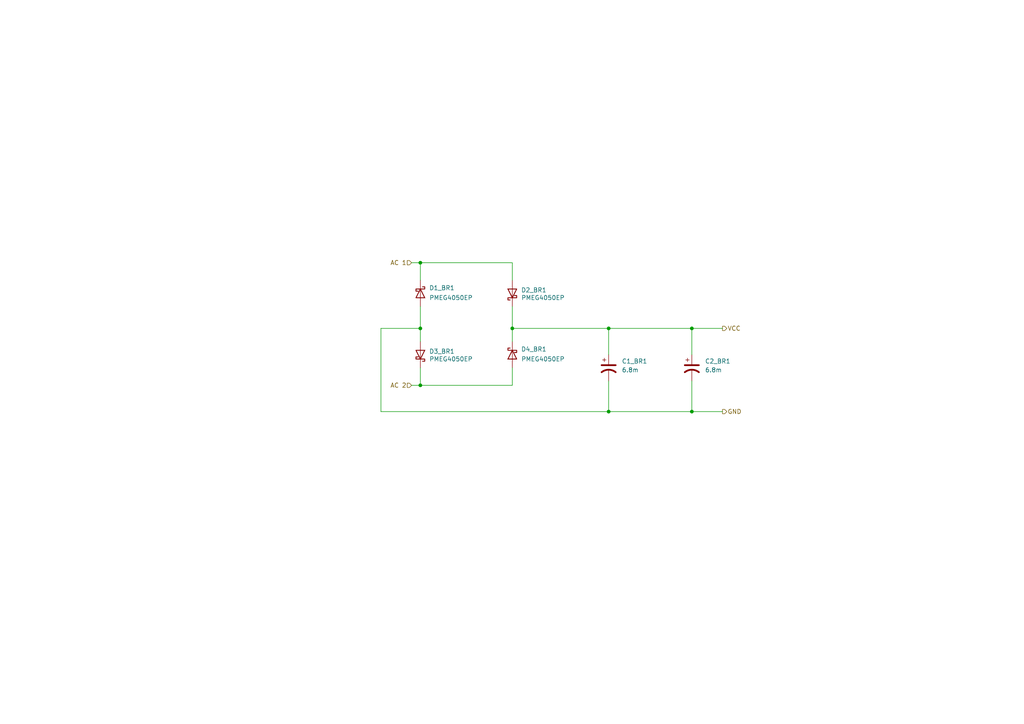
<source format=kicad_sch>
(kicad_sch (version 20211123) (generator eeschema)
  (paper "A4")
  (title_block (title "Bridge Recifier") (date "2022-08-29") (rev "2") (company "George Mason University") (comment 2 "smooth out the ripple to give a constant DC voltage.") (comment 3 "transformer into a DC voltage. Two 6.8mF capacitiors are used to") (comment 4 "The bridge rectifier is used to turn the AC output of the"))
  (lib_symbols
    (symbol "Device:C_Polarized_US" (pin_numbers hide) (pin_names (offset 0.254) hide)
      (property "Reference" "C" (at 0.635 2.54 0))
      (property "Value" "C_Polarized_US" (at 0.635 -2.54 0))
      (symbol "C_Polarized_US_0_1"
        (polyline (pts (xy -2.032 0.762) (xy 2.032 0.762)) (stroke (width 0.508)))
        (polyline (pts (xy -1.778 2.286) (xy -0.762 2.286)))
        (polyline (pts (xy -1.27 1.778) (xy -1.27 2.794)))
        (arc (start 2.032 -1.27) (mid 0 -0.5572) (end -2.032 -1.27) (stroke (width 0.508)))
      )
      (symbol "C_Polarized_US_1_1"
        (pin passive line (at 0 3.81 270) (length 2.794) (name "~") (number "1"))
        (pin passive line (at 0 -3.81 90) (length 3.302) (name "~") (number "2"))
      )
    )
    (symbol "Diode:PMEG4050EP" (pin_numbers hide) (pin_names hide)
      (property "Reference" "D" (at 0 2.54 0))
      (property "Value" "PMEG4050EP" (at 0 -2.54 0))
      (symbol "PMEG4050EP_0_1"
        (polyline (pts (xy 1.27 0) (xy -1.27 0)))
        (polyline (pts (xy 1.27 1.27) (xy 1.27 -1.27) (xy -1.27 0) (xy 1.27 1.27)) (stroke (width 0.254)))
        (polyline (pts (xy -1.905 0.635) (xy -1.905 1.27) (xy -1.27 1.27) (xy -1.27 -1.27) (xy -0.635 -1.27) (xy -0.635 -0.635)) (stroke (width 0.254)))
      )
      (symbol "PMEG4050EP_1_1"
        (pin passive line (at -3.81 0 0) (length 2.54) (name "K") (number "1"))
        (pin passive line (at 3.81 0 180) (length 2.54) (name "A") (number "2"))
      )
    )
  )
  (junction (at 148.59 95.25))
  (junction (at 200.66 95.25))
  (junction (at 121.92 111.76))
  (junction (at 121.92 95.25))
  (junction (at 121.92 76.2))
  (junction (at 176.53 95.25))
  (junction (at 200.66 119.38))
  (junction (at 176.53 119.38))
  (wire (pts (xy 176.53 119.38) (xy 200.66 119.38)))
  (wire (pts (xy 121.92 76.2) (xy 121.92 81.28)))
  (wire (pts (xy 121.92 95.25) (xy 121.92 99.06)))
  (wire (pts (xy 121.92 88.9) (xy 121.92 95.25)))
  (wire (pts (xy 121.92 111.76) (xy 121.92 106.68)))
  (wire (pts (xy 121.92 111.76) (xy 148.59 111.76)))
  (wire (pts (xy 200.66 110.49) (xy 200.66 119.38)))
  (wire (pts (xy 176.53 102.87) (xy 176.53 95.25)))
  (wire (pts (xy 148.59 76.2) (xy 148.59 81.28)))
  (wire (pts (xy 148.59 88.9) (xy 148.59 95.25)))
  (wire (pts (xy 148.59 111.76) (xy 148.59 106.68)))
  (wire (pts (xy 176.53 110.49) (xy 176.53 119.38)))
  (wire (pts (xy 110.49 119.38) (xy 176.53 119.38)))
  (wire (pts (xy 200.66 119.38) (xy 209.55 119.38)))
  (wire (pts (xy 121.92 76.2) (xy 148.59 76.2)))
  (wire (pts (xy 148.59 95.25) (xy 176.53 95.25)))
  (wire (pts (xy 176.53 95.25) (xy 200.66 95.25)))
  (wire (pts (xy 119.38 111.76) (xy 121.92 111.76)))
  (wire (pts (xy 119.38 76.2) (xy 121.92 76.2)))
  (wire (pts (xy 200.66 95.25) (xy 209.55 95.25)))
  (wire (pts (xy 110.49 95.25) (xy 121.92 95.25)))
  (wire (pts (xy 110.49 119.38) (xy 110.49 95.25)))
  (wire (pts (xy 200.66 102.87) (xy 200.66 95.25)))
  (wire (pts (xy 148.59 95.25) (xy 148.59 99.06)))
  (hierarchical_label "AC 1" (shape input) (at 119.38 76.2 180))
  (hierarchical_label "VCC" (shape output) (at 209.55 95.25 0))
  (hierarchical_label "AC 2" (shape input) (at 119.38 111.76 180))
  (hierarchical_label "GND" (shape output) (at 209.55 119.38 0))
  (symbol (lib_id "Device:C_Polarized_US") (at 200.66 106.68 0) (unit 1)
    (property "Reference" "C2_BR1" (at 204.47 104.7749 0) (effects (justify left)))
    (property "Value" "6.8m" (at 204.47 107.3149 0) (effects (justify left)))
    (property "Footprint" "Capacitor_THT:CP_Radial_D18.0mm_P7.50mm" (effects hide))
  )
  (symbol (lib_id "Device:C_Polarized_US") (at 176.53 106.68 0) (unit 1)
    (property "Reference" "C1_BR1" (at 180.34 104.7749 0) (effects (justify left)))
    (property "Value" "6.8m" (at 180.34 107.3149 0) (effects (justify left)))
    (property "Footprint" "Capacitor_THT:CP_Radial_D18.0mm_P7.50mm" (effects hide))
  )
  (symbol (lib_id "Diode:PMEG4050EP") (at 121.92 102.87 270) (mirror x) (unit 1)
    (property "Reference" "D3_BR1" (at 124.46 101.9174 90) (effects (justify left)))
    (property "Value" "PMEG4050EP" (at 130.81 104.14 90))
    (property "Footprint" "Diode_SMD:D_SOD-128" (effects hide))
    (property "Datasheet" "https://assets.nexperia.com/documents/data-sheet/PMEG4050EP.pdf" (effects hide))
  )
  (symbol (lib_id "Diode:PMEG4050EP") (at 148.59 85.09 90) (unit 1)
    (property "Reference" "D2_BR1" (at 151.13 84.1374 90) (effects (justify right)))
    (property "Value" "PMEG4050EP" (at 157.48 86.36 90))
    (property "Footprint" "Diode_SMD:D_SOD-128" (effects hide))
    (property "Datasheet" "https://assets.nexperia.com/documents/data-sheet/PMEG4050EP.pdf" (effects hide))
  )
  (symbol (lib_id "Diode:PMEG4050EP") (at 121.92 85.09 270) (unit 1)
    (property "Reference" "D1_BR1" (at 124.46 83.5024 90) (effects (justify left)))
    (property "Value" "PMEG4050EP" (at 130.81 86.36 90))
    (property "Footprint" "Diode_SMD:D_SOD-128" (effects hide))
    (property "Datasheet" "https://assets.nexperia.com/documents/data-sheet/PMEG4050EP.pdf" (effects hide))
  )
  (symbol (lib_id "Diode:PMEG4050EP") (at 148.59 102.87 90) (mirror x) (unit 1)
    (property "Reference" "D4_BR1" (at 151.13 101.2824 90) (effects (justify right)))
    (property "Value" "PMEG4050EP" (at 157.48 104.14 90))
    (property "Footprint" "Diode_SMD:D_SOD-128" (effects hide))
    (property "Datasheet" "https://assets.nexperia.com/documents/data-sheet/PMEG4050EP.pdf" (effects hide))
  )
)
</source>
